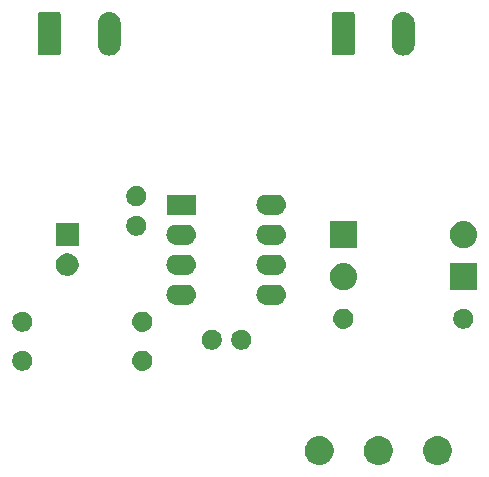
<source format=gbs>
G04 #@! TF.GenerationSoftware,KiCad,Pcbnew,5.0.2-bee76a0~70~ubuntu18.04.1*
G04 #@! TF.CreationDate,2019-02-10T19:25:21-02:00*
G04 #@! TF.ProjectId,555-gerador-PWM-r01,3535352d-6765-4726-9164-6f722d50574d,rev?*
G04 #@! TF.SameCoordinates,Original*
G04 #@! TF.FileFunction,Soldermask,Bot*
G04 #@! TF.FilePolarity,Negative*
%FSLAX46Y46*%
G04 Gerber Fmt 4.6, Leading zero omitted, Abs format (unit mm)*
G04 Created by KiCad (PCBNEW 5.0.2-bee76a0~70~ubuntu18.04.1) date dom 10 fev 2019 19:25:21 -02*
%MOMM*%
%LPD*%
G01*
G04 APERTURE LIST*
%ADD10C,0.100000*%
G04 APERTURE END LIST*
D10*
G36*
X149082205Y-124532461D02*
X149200153Y-124555922D01*
X149292194Y-124594047D01*
X149422359Y-124647963D01*
X149622345Y-124781589D01*
X149792411Y-124951655D01*
X149926037Y-125151641D01*
X150018078Y-125373848D01*
X150065000Y-125609741D01*
X150065000Y-125850259D01*
X150018078Y-126086152D01*
X149926037Y-126308359D01*
X149792411Y-126508345D01*
X149622345Y-126678411D01*
X149422359Y-126812037D01*
X149292194Y-126865953D01*
X149200153Y-126904078D01*
X148964259Y-126951000D01*
X148723741Y-126951000D01*
X148487847Y-126904078D01*
X148395806Y-126865953D01*
X148265641Y-126812037D01*
X148065655Y-126678411D01*
X147895589Y-126508345D01*
X147761963Y-126308359D01*
X147669922Y-126086152D01*
X147623000Y-125850259D01*
X147623000Y-125609741D01*
X147669922Y-125373848D01*
X147761963Y-125151641D01*
X147895589Y-124951655D01*
X148065655Y-124781589D01*
X148265641Y-124647963D01*
X148395806Y-124594047D01*
X148487847Y-124555922D01*
X148605795Y-124532461D01*
X148723741Y-124509000D01*
X148964259Y-124509000D01*
X149082205Y-124532461D01*
X149082205Y-124532461D01*
G37*
G36*
X159082205Y-124532461D02*
X159200153Y-124555922D01*
X159292194Y-124594047D01*
X159422359Y-124647963D01*
X159622345Y-124781589D01*
X159792411Y-124951655D01*
X159926037Y-125151641D01*
X160018078Y-125373848D01*
X160065000Y-125609741D01*
X160065000Y-125850259D01*
X160018078Y-126086152D01*
X159926037Y-126308359D01*
X159792411Y-126508345D01*
X159622345Y-126678411D01*
X159422359Y-126812037D01*
X159292194Y-126865953D01*
X159200153Y-126904078D01*
X158964259Y-126951000D01*
X158723741Y-126951000D01*
X158487847Y-126904078D01*
X158395806Y-126865953D01*
X158265641Y-126812037D01*
X158065655Y-126678411D01*
X157895589Y-126508345D01*
X157761963Y-126308359D01*
X157669922Y-126086152D01*
X157623000Y-125850259D01*
X157623000Y-125609741D01*
X157669922Y-125373848D01*
X157761963Y-125151641D01*
X157895589Y-124951655D01*
X158065655Y-124781589D01*
X158265641Y-124647963D01*
X158395806Y-124594047D01*
X158487847Y-124555922D01*
X158605795Y-124532461D01*
X158723741Y-124509000D01*
X158964259Y-124509000D01*
X159082205Y-124532461D01*
X159082205Y-124532461D01*
G37*
G36*
X154082205Y-124532461D02*
X154200153Y-124555922D01*
X154292194Y-124594047D01*
X154422359Y-124647963D01*
X154622345Y-124781589D01*
X154792411Y-124951655D01*
X154926037Y-125151641D01*
X155018078Y-125373848D01*
X155065000Y-125609741D01*
X155065000Y-125850259D01*
X155018078Y-126086152D01*
X154926037Y-126308359D01*
X154792411Y-126508345D01*
X154622345Y-126678411D01*
X154422359Y-126812037D01*
X154292194Y-126865953D01*
X154200153Y-126904078D01*
X153964259Y-126951000D01*
X153723741Y-126951000D01*
X153487847Y-126904078D01*
X153395806Y-126865953D01*
X153265641Y-126812037D01*
X153065655Y-126678411D01*
X152895589Y-126508345D01*
X152761963Y-126308359D01*
X152669922Y-126086152D01*
X152623000Y-125850259D01*
X152623000Y-125609741D01*
X152669922Y-125373848D01*
X152761963Y-125151641D01*
X152895589Y-124951655D01*
X153065655Y-124781589D01*
X153265641Y-124647963D01*
X153395806Y-124594047D01*
X153487847Y-124555922D01*
X153605795Y-124532461D01*
X153723741Y-124509000D01*
X153964259Y-124509000D01*
X154082205Y-124532461D01*
X154082205Y-124532461D01*
G37*
G36*
X123946228Y-117291703D02*
X124101100Y-117355853D01*
X124240481Y-117448985D01*
X124359015Y-117567519D01*
X124452147Y-117706900D01*
X124516297Y-117861772D01*
X124549000Y-118026184D01*
X124549000Y-118193816D01*
X124516297Y-118358228D01*
X124452147Y-118513100D01*
X124359015Y-118652481D01*
X124240481Y-118771015D01*
X124101100Y-118864147D01*
X123946228Y-118928297D01*
X123781816Y-118961000D01*
X123614184Y-118961000D01*
X123449772Y-118928297D01*
X123294900Y-118864147D01*
X123155519Y-118771015D01*
X123036985Y-118652481D01*
X122943853Y-118513100D01*
X122879703Y-118358228D01*
X122847000Y-118193816D01*
X122847000Y-118026184D01*
X122879703Y-117861772D01*
X122943853Y-117706900D01*
X123036985Y-117567519D01*
X123155519Y-117448985D01*
X123294900Y-117355853D01*
X123449772Y-117291703D01*
X123614184Y-117259000D01*
X123781816Y-117259000D01*
X123946228Y-117291703D01*
X123946228Y-117291703D01*
G37*
G36*
X134024821Y-117271313D02*
X134024824Y-117271314D01*
X134024825Y-117271314D01*
X134185239Y-117319975D01*
X134185241Y-117319976D01*
X134185244Y-117319977D01*
X134333078Y-117398995D01*
X134462659Y-117505341D01*
X134569005Y-117634922D01*
X134648023Y-117782756D01*
X134648024Y-117782759D01*
X134648025Y-117782761D01*
X134696686Y-117943175D01*
X134696687Y-117943179D01*
X134713117Y-118110000D01*
X134696687Y-118276821D01*
X134696686Y-118276824D01*
X134696686Y-118276825D01*
X134671993Y-118358228D01*
X134648023Y-118437244D01*
X134569005Y-118585078D01*
X134462659Y-118714659D01*
X134333078Y-118821005D01*
X134185244Y-118900023D01*
X134185241Y-118900024D01*
X134185239Y-118900025D01*
X134024825Y-118948686D01*
X134024824Y-118948686D01*
X134024821Y-118948687D01*
X133899804Y-118961000D01*
X133816196Y-118961000D01*
X133691179Y-118948687D01*
X133691176Y-118948686D01*
X133691175Y-118948686D01*
X133530761Y-118900025D01*
X133530759Y-118900024D01*
X133530756Y-118900023D01*
X133382922Y-118821005D01*
X133253341Y-118714659D01*
X133146995Y-118585078D01*
X133067977Y-118437244D01*
X133044008Y-118358228D01*
X133019314Y-118276825D01*
X133019314Y-118276824D01*
X133019313Y-118276821D01*
X133002883Y-118110000D01*
X133019313Y-117943179D01*
X133019314Y-117943175D01*
X133067975Y-117782761D01*
X133067976Y-117782759D01*
X133067977Y-117782756D01*
X133146995Y-117634922D01*
X133253341Y-117505341D01*
X133382922Y-117398995D01*
X133530756Y-117319977D01*
X133530759Y-117319976D01*
X133530761Y-117319975D01*
X133691175Y-117271314D01*
X133691176Y-117271314D01*
X133691179Y-117271313D01*
X133816196Y-117259000D01*
X133899804Y-117259000D01*
X134024821Y-117271313D01*
X134024821Y-117271313D01*
G37*
G36*
X142488228Y-115513703D02*
X142643100Y-115577853D01*
X142782481Y-115670985D01*
X142901015Y-115789519D01*
X142994147Y-115928900D01*
X143058297Y-116083772D01*
X143091000Y-116248184D01*
X143091000Y-116415816D01*
X143058297Y-116580228D01*
X142994147Y-116735100D01*
X142901015Y-116874481D01*
X142782481Y-116993015D01*
X142643100Y-117086147D01*
X142488228Y-117150297D01*
X142323816Y-117183000D01*
X142156184Y-117183000D01*
X141991772Y-117150297D01*
X141836900Y-117086147D01*
X141697519Y-116993015D01*
X141578985Y-116874481D01*
X141485853Y-116735100D01*
X141421703Y-116580228D01*
X141389000Y-116415816D01*
X141389000Y-116248184D01*
X141421703Y-116083772D01*
X141485853Y-115928900D01*
X141578985Y-115789519D01*
X141697519Y-115670985D01*
X141836900Y-115577853D01*
X141991772Y-115513703D01*
X142156184Y-115481000D01*
X142323816Y-115481000D01*
X142488228Y-115513703D01*
X142488228Y-115513703D01*
G37*
G36*
X139988228Y-115513703D02*
X140143100Y-115577853D01*
X140282481Y-115670985D01*
X140401015Y-115789519D01*
X140494147Y-115928900D01*
X140558297Y-116083772D01*
X140591000Y-116248184D01*
X140591000Y-116415816D01*
X140558297Y-116580228D01*
X140494147Y-116735100D01*
X140401015Y-116874481D01*
X140282481Y-116993015D01*
X140143100Y-117086147D01*
X139988228Y-117150297D01*
X139823816Y-117183000D01*
X139656184Y-117183000D01*
X139491772Y-117150297D01*
X139336900Y-117086147D01*
X139197519Y-116993015D01*
X139078985Y-116874481D01*
X138985853Y-116735100D01*
X138921703Y-116580228D01*
X138889000Y-116415816D01*
X138889000Y-116248184D01*
X138921703Y-116083772D01*
X138985853Y-115928900D01*
X139078985Y-115789519D01*
X139197519Y-115670985D01*
X139336900Y-115577853D01*
X139491772Y-115513703D01*
X139656184Y-115481000D01*
X139823816Y-115481000D01*
X139988228Y-115513703D01*
X139988228Y-115513703D01*
G37*
G36*
X134024821Y-113969313D02*
X134024824Y-113969314D01*
X134024825Y-113969314D01*
X134185239Y-114017975D01*
X134185241Y-114017976D01*
X134185244Y-114017977D01*
X134333078Y-114096995D01*
X134462659Y-114203341D01*
X134569005Y-114332922D01*
X134648023Y-114480756D01*
X134648024Y-114480759D01*
X134648025Y-114480761D01*
X134695667Y-114637816D01*
X134696687Y-114641179D01*
X134713117Y-114808000D01*
X134696687Y-114974821D01*
X134696686Y-114974824D01*
X134696686Y-114974825D01*
X134671993Y-115056228D01*
X134648023Y-115135244D01*
X134569005Y-115283078D01*
X134462659Y-115412659D01*
X134333078Y-115519005D01*
X134185244Y-115598023D01*
X134185241Y-115598024D01*
X134185239Y-115598025D01*
X134024825Y-115646686D01*
X134024824Y-115646686D01*
X134024821Y-115646687D01*
X133899804Y-115659000D01*
X133816196Y-115659000D01*
X133691179Y-115646687D01*
X133691176Y-115646686D01*
X133691175Y-115646686D01*
X133530761Y-115598025D01*
X133530759Y-115598024D01*
X133530756Y-115598023D01*
X133382922Y-115519005D01*
X133253341Y-115412659D01*
X133146995Y-115283078D01*
X133067977Y-115135244D01*
X133044008Y-115056228D01*
X133019314Y-114974825D01*
X133019314Y-114974824D01*
X133019313Y-114974821D01*
X133002883Y-114808000D01*
X133019313Y-114641179D01*
X133020333Y-114637816D01*
X133067975Y-114480761D01*
X133067976Y-114480759D01*
X133067977Y-114480756D01*
X133146995Y-114332922D01*
X133253341Y-114203341D01*
X133382922Y-114096995D01*
X133530756Y-114017977D01*
X133530759Y-114017976D01*
X133530761Y-114017975D01*
X133691175Y-113969314D01*
X133691176Y-113969314D01*
X133691179Y-113969313D01*
X133816196Y-113957000D01*
X133899804Y-113957000D01*
X134024821Y-113969313D01*
X134024821Y-113969313D01*
G37*
G36*
X123946228Y-113989703D02*
X124101100Y-114053853D01*
X124240481Y-114146985D01*
X124359015Y-114265519D01*
X124452147Y-114404900D01*
X124516297Y-114559772D01*
X124549000Y-114724184D01*
X124549000Y-114891816D01*
X124516297Y-115056228D01*
X124452147Y-115211100D01*
X124359015Y-115350481D01*
X124240481Y-115469015D01*
X124101100Y-115562147D01*
X123946228Y-115626297D01*
X123781816Y-115659000D01*
X123614184Y-115659000D01*
X123449772Y-115626297D01*
X123294900Y-115562147D01*
X123155519Y-115469015D01*
X123036985Y-115350481D01*
X122943853Y-115211100D01*
X122879703Y-115056228D01*
X122847000Y-114891816D01*
X122847000Y-114724184D01*
X122879703Y-114559772D01*
X122943853Y-114404900D01*
X123036985Y-114265519D01*
X123155519Y-114146985D01*
X123294900Y-114053853D01*
X123449772Y-113989703D01*
X123614184Y-113957000D01*
X123781816Y-113957000D01*
X123946228Y-113989703D01*
X123946228Y-113989703D01*
G37*
G36*
X161284228Y-113735703D02*
X161439100Y-113799853D01*
X161578481Y-113892985D01*
X161697015Y-114011519D01*
X161790147Y-114150900D01*
X161854297Y-114305772D01*
X161887000Y-114470184D01*
X161887000Y-114637816D01*
X161854297Y-114802228D01*
X161790147Y-114957100D01*
X161697015Y-115096481D01*
X161578481Y-115215015D01*
X161439100Y-115308147D01*
X161284228Y-115372297D01*
X161119816Y-115405000D01*
X160952184Y-115405000D01*
X160787772Y-115372297D01*
X160632900Y-115308147D01*
X160493519Y-115215015D01*
X160374985Y-115096481D01*
X160281853Y-114957100D01*
X160217703Y-114802228D01*
X160185000Y-114637816D01*
X160185000Y-114470184D01*
X160217703Y-114305772D01*
X160281853Y-114150900D01*
X160374985Y-114011519D01*
X160493519Y-113892985D01*
X160632900Y-113799853D01*
X160787772Y-113735703D01*
X160952184Y-113703000D01*
X161119816Y-113703000D01*
X161284228Y-113735703D01*
X161284228Y-113735703D01*
G37*
G36*
X151042821Y-113715313D02*
X151042824Y-113715314D01*
X151042825Y-113715314D01*
X151203239Y-113763975D01*
X151203241Y-113763976D01*
X151203244Y-113763977D01*
X151351078Y-113842995D01*
X151480659Y-113949341D01*
X151587005Y-114078922D01*
X151666023Y-114226756D01*
X151666024Y-114226759D01*
X151666025Y-114226761D01*
X151714686Y-114387175D01*
X151714687Y-114387179D01*
X151731117Y-114554000D01*
X151714687Y-114720821D01*
X151714686Y-114720824D01*
X151714686Y-114720825D01*
X151688242Y-114808000D01*
X151666023Y-114881244D01*
X151587005Y-115029078D01*
X151480659Y-115158659D01*
X151351078Y-115265005D01*
X151203244Y-115344023D01*
X151203241Y-115344024D01*
X151203239Y-115344025D01*
X151042825Y-115392686D01*
X151042824Y-115392686D01*
X151042821Y-115392687D01*
X150917804Y-115405000D01*
X150834196Y-115405000D01*
X150709179Y-115392687D01*
X150709176Y-115392686D01*
X150709175Y-115392686D01*
X150548761Y-115344025D01*
X150548759Y-115344024D01*
X150548756Y-115344023D01*
X150400922Y-115265005D01*
X150271341Y-115158659D01*
X150164995Y-115029078D01*
X150085977Y-114881244D01*
X150063759Y-114808000D01*
X150037314Y-114720825D01*
X150037314Y-114720824D01*
X150037313Y-114720821D01*
X150020883Y-114554000D01*
X150037313Y-114387179D01*
X150037314Y-114387175D01*
X150085975Y-114226761D01*
X150085976Y-114226759D01*
X150085977Y-114226756D01*
X150164995Y-114078922D01*
X150271341Y-113949341D01*
X150400922Y-113842995D01*
X150548756Y-113763977D01*
X150548759Y-113763976D01*
X150548761Y-113763975D01*
X150709175Y-113715314D01*
X150709176Y-113715314D01*
X150709179Y-113715313D01*
X150834196Y-113703000D01*
X150917804Y-113703000D01*
X151042821Y-113715313D01*
X151042821Y-113715313D01*
G37*
G36*
X145346821Y-111683313D02*
X145346824Y-111683314D01*
X145346825Y-111683314D01*
X145507239Y-111731975D01*
X145507241Y-111731976D01*
X145507244Y-111731977D01*
X145655078Y-111810995D01*
X145784659Y-111917341D01*
X145891005Y-112046922D01*
X145970023Y-112194756D01*
X146018687Y-112355179D01*
X146035117Y-112522000D01*
X146018687Y-112688821D01*
X145970023Y-112849244D01*
X145891005Y-112997078D01*
X145784659Y-113126659D01*
X145655078Y-113233005D01*
X145507244Y-113312023D01*
X145507241Y-113312024D01*
X145507239Y-113312025D01*
X145346825Y-113360686D01*
X145346824Y-113360686D01*
X145346821Y-113360687D01*
X145221804Y-113373000D01*
X144338196Y-113373000D01*
X144213179Y-113360687D01*
X144213176Y-113360686D01*
X144213175Y-113360686D01*
X144052761Y-113312025D01*
X144052759Y-113312024D01*
X144052756Y-113312023D01*
X143904922Y-113233005D01*
X143775341Y-113126659D01*
X143668995Y-112997078D01*
X143589977Y-112849244D01*
X143541313Y-112688821D01*
X143524883Y-112522000D01*
X143541313Y-112355179D01*
X143589977Y-112194756D01*
X143668995Y-112046922D01*
X143775341Y-111917341D01*
X143904922Y-111810995D01*
X144052756Y-111731977D01*
X144052759Y-111731976D01*
X144052761Y-111731975D01*
X144213175Y-111683314D01*
X144213176Y-111683314D01*
X144213179Y-111683313D01*
X144338196Y-111671000D01*
X145221804Y-111671000D01*
X145346821Y-111683313D01*
X145346821Y-111683313D01*
G37*
G36*
X137726821Y-111683313D02*
X137726824Y-111683314D01*
X137726825Y-111683314D01*
X137887239Y-111731975D01*
X137887241Y-111731976D01*
X137887244Y-111731977D01*
X138035078Y-111810995D01*
X138164659Y-111917341D01*
X138271005Y-112046922D01*
X138350023Y-112194756D01*
X138398687Y-112355179D01*
X138415117Y-112522000D01*
X138398687Y-112688821D01*
X138350023Y-112849244D01*
X138271005Y-112997078D01*
X138164659Y-113126659D01*
X138035078Y-113233005D01*
X137887244Y-113312023D01*
X137887241Y-113312024D01*
X137887239Y-113312025D01*
X137726825Y-113360686D01*
X137726824Y-113360686D01*
X137726821Y-113360687D01*
X137601804Y-113373000D01*
X136718196Y-113373000D01*
X136593179Y-113360687D01*
X136593176Y-113360686D01*
X136593175Y-113360686D01*
X136432761Y-113312025D01*
X136432759Y-113312024D01*
X136432756Y-113312023D01*
X136284922Y-113233005D01*
X136155341Y-113126659D01*
X136048995Y-112997078D01*
X135969977Y-112849244D01*
X135921313Y-112688821D01*
X135904883Y-112522000D01*
X135921313Y-112355179D01*
X135969977Y-112194756D01*
X136048995Y-112046922D01*
X136155341Y-111917341D01*
X136284922Y-111810995D01*
X136432756Y-111731977D01*
X136432759Y-111731976D01*
X136432761Y-111731975D01*
X136593175Y-111683314D01*
X136593176Y-111683314D01*
X136593179Y-111683313D01*
X136718196Y-111671000D01*
X137601804Y-111671000D01*
X137726821Y-111683313D01*
X137726821Y-111683313D01*
G37*
G36*
X162187000Y-112149000D02*
X159885000Y-112149000D01*
X159885000Y-109847000D01*
X162187000Y-109847000D01*
X162187000Y-112149000D01*
X162187000Y-112149000D01*
G37*
G36*
X151000180Y-109853662D02*
X151101635Y-109863654D01*
X151318600Y-109929470D01*
X151318602Y-109929471D01*
X151318605Y-109929472D01*
X151518556Y-110036347D01*
X151693818Y-110180182D01*
X151837653Y-110355444D01*
X151944528Y-110555395D01*
X151944529Y-110555398D01*
X151944530Y-110555400D01*
X152010346Y-110772365D01*
X152032569Y-110998000D01*
X152010346Y-111223635D01*
X151944530Y-111440600D01*
X151944528Y-111440605D01*
X151837653Y-111640556D01*
X151693818Y-111815818D01*
X151518556Y-111959653D01*
X151318605Y-112066528D01*
X151318602Y-112066529D01*
X151318600Y-112066530D01*
X151101635Y-112132346D01*
X151000180Y-112142338D01*
X150932545Y-112149000D01*
X150819455Y-112149000D01*
X150751820Y-112142338D01*
X150650365Y-112132346D01*
X150433400Y-112066530D01*
X150433398Y-112066529D01*
X150433395Y-112066528D01*
X150233444Y-111959653D01*
X150058182Y-111815818D01*
X149914347Y-111640556D01*
X149807472Y-111440605D01*
X149807470Y-111440600D01*
X149741654Y-111223635D01*
X149719431Y-110998000D01*
X149741654Y-110772365D01*
X149807470Y-110555400D01*
X149807471Y-110555398D01*
X149807472Y-110555395D01*
X149914347Y-110355444D01*
X150058182Y-110180182D01*
X150233444Y-110036347D01*
X150433395Y-109929472D01*
X150433398Y-109929471D01*
X150433400Y-109929470D01*
X150650365Y-109863654D01*
X150751820Y-109853662D01*
X150819455Y-109847000D01*
X150932545Y-109847000D01*
X151000180Y-109853662D01*
X151000180Y-109853662D01*
G37*
G36*
X127785396Y-109067546D02*
X127958466Y-109139234D01*
X128114230Y-109243312D01*
X128246688Y-109375770D01*
X128350766Y-109531534D01*
X128422454Y-109704604D01*
X128459000Y-109888333D01*
X128459000Y-110075667D01*
X128422454Y-110259396D01*
X128350766Y-110432466D01*
X128246688Y-110588230D01*
X128114230Y-110720688D01*
X127958466Y-110824766D01*
X127785396Y-110896454D01*
X127601667Y-110933000D01*
X127414333Y-110933000D01*
X127230604Y-110896454D01*
X127057534Y-110824766D01*
X126901770Y-110720688D01*
X126769312Y-110588230D01*
X126665234Y-110432466D01*
X126593546Y-110259396D01*
X126557000Y-110075667D01*
X126557000Y-109888333D01*
X126593546Y-109704604D01*
X126665234Y-109531534D01*
X126769312Y-109375770D01*
X126901770Y-109243312D01*
X127057534Y-109139234D01*
X127230604Y-109067546D01*
X127414333Y-109031000D01*
X127601667Y-109031000D01*
X127785396Y-109067546D01*
X127785396Y-109067546D01*
G37*
G36*
X137726821Y-109143313D02*
X137726824Y-109143314D01*
X137726825Y-109143314D01*
X137887239Y-109191975D01*
X137887241Y-109191976D01*
X137887244Y-109191977D01*
X138035078Y-109270995D01*
X138164659Y-109377341D01*
X138271005Y-109506922D01*
X138350023Y-109654756D01*
X138350024Y-109654759D01*
X138350025Y-109654761D01*
X138398686Y-109815175D01*
X138398687Y-109815179D01*
X138415117Y-109982000D01*
X138398687Y-110148821D01*
X138398686Y-110148824D01*
X138398686Y-110148825D01*
X138365145Y-110259396D01*
X138350023Y-110309244D01*
X138271005Y-110457078D01*
X138164659Y-110586659D01*
X138035078Y-110693005D01*
X137887244Y-110772023D01*
X137887241Y-110772024D01*
X137887239Y-110772025D01*
X137726825Y-110820686D01*
X137726824Y-110820686D01*
X137726821Y-110820687D01*
X137601804Y-110833000D01*
X136718196Y-110833000D01*
X136593179Y-110820687D01*
X136593176Y-110820686D01*
X136593175Y-110820686D01*
X136432761Y-110772025D01*
X136432759Y-110772024D01*
X136432756Y-110772023D01*
X136284922Y-110693005D01*
X136155341Y-110586659D01*
X136048995Y-110457078D01*
X135969977Y-110309244D01*
X135954856Y-110259396D01*
X135921314Y-110148825D01*
X135921314Y-110148824D01*
X135921313Y-110148821D01*
X135904883Y-109982000D01*
X135921313Y-109815179D01*
X135921314Y-109815175D01*
X135969975Y-109654761D01*
X135969976Y-109654759D01*
X135969977Y-109654756D01*
X136048995Y-109506922D01*
X136155341Y-109377341D01*
X136284922Y-109270995D01*
X136432756Y-109191977D01*
X136432759Y-109191976D01*
X136432761Y-109191975D01*
X136593175Y-109143314D01*
X136593176Y-109143314D01*
X136593179Y-109143313D01*
X136718196Y-109131000D01*
X137601804Y-109131000D01*
X137726821Y-109143313D01*
X137726821Y-109143313D01*
G37*
G36*
X145346821Y-109143313D02*
X145346824Y-109143314D01*
X145346825Y-109143314D01*
X145507239Y-109191975D01*
X145507241Y-109191976D01*
X145507244Y-109191977D01*
X145655078Y-109270995D01*
X145784659Y-109377341D01*
X145891005Y-109506922D01*
X145970023Y-109654756D01*
X145970024Y-109654759D01*
X145970025Y-109654761D01*
X146018686Y-109815175D01*
X146018687Y-109815179D01*
X146035117Y-109982000D01*
X146018687Y-110148821D01*
X146018686Y-110148824D01*
X146018686Y-110148825D01*
X145985145Y-110259396D01*
X145970023Y-110309244D01*
X145891005Y-110457078D01*
X145784659Y-110586659D01*
X145655078Y-110693005D01*
X145507244Y-110772023D01*
X145507241Y-110772024D01*
X145507239Y-110772025D01*
X145346825Y-110820686D01*
X145346824Y-110820686D01*
X145346821Y-110820687D01*
X145221804Y-110833000D01*
X144338196Y-110833000D01*
X144213179Y-110820687D01*
X144213176Y-110820686D01*
X144213175Y-110820686D01*
X144052761Y-110772025D01*
X144052759Y-110772024D01*
X144052756Y-110772023D01*
X143904922Y-110693005D01*
X143775341Y-110586659D01*
X143668995Y-110457078D01*
X143589977Y-110309244D01*
X143574856Y-110259396D01*
X143541314Y-110148825D01*
X143541314Y-110148824D01*
X143541313Y-110148821D01*
X143524883Y-109982000D01*
X143541313Y-109815179D01*
X143541314Y-109815175D01*
X143589975Y-109654761D01*
X143589976Y-109654759D01*
X143589977Y-109654756D01*
X143668995Y-109506922D01*
X143775341Y-109377341D01*
X143904922Y-109270995D01*
X144052756Y-109191977D01*
X144052759Y-109191976D01*
X144052761Y-109191975D01*
X144213175Y-109143314D01*
X144213176Y-109143314D01*
X144213179Y-109143313D01*
X144338196Y-109131000D01*
X145221804Y-109131000D01*
X145346821Y-109143313D01*
X145346821Y-109143313D01*
G37*
G36*
X152027000Y-108593000D02*
X149725000Y-108593000D01*
X149725000Y-106291000D01*
X152027000Y-106291000D01*
X152027000Y-108593000D01*
X152027000Y-108593000D01*
G37*
G36*
X161160180Y-106297662D02*
X161261635Y-106307654D01*
X161478600Y-106373470D01*
X161478602Y-106373471D01*
X161478605Y-106373472D01*
X161678556Y-106480347D01*
X161853818Y-106624182D01*
X161997653Y-106799444D01*
X162104528Y-106999395D01*
X162104529Y-106999398D01*
X162104530Y-106999400D01*
X162170346Y-107216365D01*
X162192569Y-107442000D01*
X162170346Y-107667635D01*
X162104530Y-107884600D01*
X162104528Y-107884605D01*
X161997653Y-108084556D01*
X161853818Y-108259818D01*
X161678556Y-108403653D01*
X161478605Y-108510528D01*
X161478602Y-108510529D01*
X161478600Y-108510530D01*
X161261635Y-108576346D01*
X161160180Y-108586338D01*
X161092545Y-108593000D01*
X160979455Y-108593000D01*
X160911820Y-108586338D01*
X160810365Y-108576346D01*
X160593400Y-108510530D01*
X160593398Y-108510529D01*
X160593395Y-108510528D01*
X160393444Y-108403653D01*
X160218182Y-108259818D01*
X160074347Y-108084556D01*
X159967472Y-107884605D01*
X159967470Y-107884600D01*
X159901654Y-107667635D01*
X159879431Y-107442000D01*
X159901654Y-107216365D01*
X159967470Y-106999400D01*
X159967471Y-106999398D01*
X159967472Y-106999395D01*
X160074347Y-106799444D01*
X160218182Y-106624182D01*
X160393444Y-106480347D01*
X160593395Y-106373472D01*
X160593398Y-106373471D01*
X160593400Y-106373470D01*
X160810365Y-106307654D01*
X160911820Y-106297662D01*
X160979455Y-106291000D01*
X161092545Y-106291000D01*
X161160180Y-106297662D01*
X161160180Y-106297662D01*
G37*
G36*
X128459000Y-108393000D02*
X126557000Y-108393000D01*
X126557000Y-106491000D01*
X128459000Y-106491000D01*
X128459000Y-108393000D01*
X128459000Y-108393000D01*
G37*
G36*
X137726821Y-106603313D02*
X137726824Y-106603314D01*
X137726825Y-106603314D01*
X137887239Y-106651975D01*
X137887241Y-106651976D01*
X137887244Y-106651977D01*
X138035078Y-106730995D01*
X138164659Y-106837341D01*
X138271005Y-106966922D01*
X138350023Y-107114756D01*
X138398687Y-107275179D01*
X138415117Y-107442000D01*
X138398687Y-107608821D01*
X138350023Y-107769244D01*
X138271005Y-107917078D01*
X138164659Y-108046659D01*
X138035078Y-108153005D01*
X137887244Y-108232023D01*
X137887241Y-108232024D01*
X137887239Y-108232025D01*
X137726825Y-108280686D01*
X137726824Y-108280686D01*
X137726821Y-108280687D01*
X137601804Y-108293000D01*
X136718196Y-108293000D01*
X136593179Y-108280687D01*
X136593176Y-108280686D01*
X136593175Y-108280686D01*
X136432761Y-108232025D01*
X136432759Y-108232024D01*
X136432756Y-108232023D01*
X136284922Y-108153005D01*
X136155341Y-108046659D01*
X136048995Y-107917078D01*
X135969977Y-107769244D01*
X135921313Y-107608821D01*
X135904883Y-107442000D01*
X135921313Y-107275179D01*
X135969977Y-107114756D01*
X136048995Y-106966922D01*
X136155341Y-106837341D01*
X136284922Y-106730995D01*
X136432756Y-106651977D01*
X136432759Y-106651976D01*
X136432761Y-106651975D01*
X136593175Y-106603314D01*
X136593176Y-106603314D01*
X136593179Y-106603313D01*
X136718196Y-106591000D01*
X137601804Y-106591000D01*
X137726821Y-106603313D01*
X137726821Y-106603313D01*
G37*
G36*
X145346821Y-106603313D02*
X145346824Y-106603314D01*
X145346825Y-106603314D01*
X145507239Y-106651975D01*
X145507241Y-106651976D01*
X145507244Y-106651977D01*
X145655078Y-106730995D01*
X145784659Y-106837341D01*
X145891005Y-106966922D01*
X145970023Y-107114756D01*
X146018687Y-107275179D01*
X146035117Y-107442000D01*
X146018687Y-107608821D01*
X145970023Y-107769244D01*
X145891005Y-107917078D01*
X145784659Y-108046659D01*
X145655078Y-108153005D01*
X145507244Y-108232023D01*
X145507241Y-108232024D01*
X145507239Y-108232025D01*
X145346825Y-108280686D01*
X145346824Y-108280686D01*
X145346821Y-108280687D01*
X145221804Y-108293000D01*
X144338196Y-108293000D01*
X144213179Y-108280687D01*
X144213176Y-108280686D01*
X144213175Y-108280686D01*
X144052761Y-108232025D01*
X144052759Y-108232024D01*
X144052756Y-108232023D01*
X143904922Y-108153005D01*
X143775341Y-108046659D01*
X143668995Y-107917078D01*
X143589977Y-107769244D01*
X143541313Y-107608821D01*
X143524883Y-107442000D01*
X143541313Y-107275179D01*
X143589977Y-107114756D01*
X143668995Y-106966922D01*
X143775341Y-106837341D01*
X143904922Y-106730995D01*
X144052756Y-106651977D01*
X144052759Y-106651976D01*
X144052761Y-106651975D01*
X144213175Y-106603314D01*
X144213176Y-106603314D01*
X144213179Y-106603313D01*
X144338196Y-106591000D01*
X145221804Y-106591000D01*
X145346821Y-106603313D01*
X145346821Y-106603313D01*
G37*
G36*
X133598228Y-105861703D02*
X133753100Y-105925853D01*
X133892481Y-106018985D01*
X134011015Y-106137519D01*
X134104147Y-106276900D01*
X134168297Y-106431772D01*
X134201000Y-106596184D01*
X134201000Y-106763816D01*
X134168297Y-106928228D01*
X134104147Y-107083100D01*
X134011015Y-107222481D01*
X133892481Y-107341015D01*
X133753100Y-107434147D01*
X133598228Y-107498297D01*
X133433816Y-107531000D01*
X133266184Y-107531000D01*
X133101772Y-107498297D01*
X132946900Y-107434147D01*
X132807519Y-107341015D01*
X132688985Y-107222481D01*
X132595853Y-107083100D01*
X132531703Y-106928228D01*
X132499000Y-106763816D01*
X132499000Y-106596184D01*
X132531703Y-106431772D01*
X132595853Y-106276900D01*
X132688985Y-106137519D01*
X132807519Y-106018985D01*
X132946900Y-105925853D01*
X133101772Y-105861703D01*
X133266184Y-105829000D01*
X133433816Y-105829000D01*
X133598228Y-105861703D01*
X133598228Y-105861703D01*
G37*
G36*
X138411000Y-105753000D02*
X135909000Y-105753000D01*
X135909000Y-104051000D01*
X138411000Y-104051000D01*
X138411000Y-105753000D01*
X138411000Y-105753000D01*
G37*
G36*
X145346821Y-104063313D02*
X145346824Y-104063314D01*
X145346825Y-104063314D01*
X145507239Y-104111975D01*
X145507241Y-104111976D01*
X145507244Y-104111977D01*
X145655078Y-104190995D01*
X145784659Y-104297341D01*
X145891005Y-104426922D01*
X145970023Y-104574756D01*
X145970024Y-104574759D01*
X145970025Y-104574761D01*
X146014835Y-104722481D01*
X146018687Y-104735179D01*
X146035117Y-104902000D01*
X146018687Y-105068821D01*
X145970023Y-105229244D01*
X145891005Y-105377078D01*
X145784659Y-105506659D01*
X145655078Y-105613005D01*
X145507244Y-105692023D01*
X145507241Y-105692024D01*
X145507239Y-105692025D01*
X145346825Y-105740686D01*
X145346824Y-105740686D01*
X145346821Y-105740687D01*
X145221804Y-105753000D01*
X144338196Y-105753000D01*
X144213179Y-105740687D01*
X144213176Y-105740686D01*
X144213175Y-105740686D01*
X144052761Y-105692025D01*
X144052759Y-105692024D01*
X144052756Y-105692023D01*
X143904922Y-105613005D01*
X143775341Y-105506659D01*
X143668995Y-105377078D01*
X143589977Y-105229244D01*
X143541313Y-105068821D01*
X143524883Y-104902000D01*
X143541313Y-104735179D01*
X143545165Y-104722481D01*
X143589975Y-104574761D01*
X143589976Y-104574759D01*
X143589977Y-104574756D01*
X143668995Y-104426922D01*
X143775341Y-104297341D01*
X143904922Y-104190995D01*
X144052756Y-104111977D01*
X144052759Y-104111976D01*
X144052761Y-104111975D01*
X144213175Y-104063314D01*
X144213176Y-104063314D01*
X144213179Y-104063313D01*
X144338196Y-104051000D01*
X145221804Y-104051000D01*
X145346821Y-104063313D01*
X145346821Y-104063313D01*
G37*
G36*
X133598228Y-103361703D02*
X133753100Y-103425853D01*
X133892481Y-103518985D01*
X134011015Y-103637519D01*
X134104147Y-103776900D01*
X134168297Y-103931772D01*
X134201000Y-104096184D01*
X134201000Y-104263816D01*
X134168297Y-104428228D01*
X134104147Y-104583100D01*
X134011015Y-104722481D01*
X133892481Y-104841015D01*
X133753100Y-104934147D01*
X133598228Y-104998297D01*
X133433816Y-105031000D01*
X133266184Y-105031000D01*
X133101772Y-104998297D01*
X132946900Y-104934147D01*
X132807519Y-104841015D01*
X132688985Y-104722481D01*
X132595853Y-104583100D01*
X132531703Y-104428228D01*
X132499000Y-104263816D01*
X132499000Y-104096184D01*
X132531703Y-103931772D01*
X132595853Y-103776900D01*
X132688985Y-103637519D01*
X132807519Y-103518985D01*
X132946900Y-103425853D01*
X133101772Y-103361703D01*
X133266184Y-103329000D01*
X133433816Y-103329000D01*
X133598228Y-103361703D01*
X133598228Y-103361703D01*
G37*
G36*
X156142424Y-88586760D02*
X156142427Y-88586761D01*
X156142428Y-88586761D01*
X156321692Y-88641140D01*
X156321694Y-88641141D01*
X156321697Y-88641142D01*
X156486904Y-88729446D01*
X156631712Y-88848288D01*
X156750552Y-88993095D01*
X156838859Y-89158305D01*
X156893240Y-89337575D01*
X156907000Y-89477282D01*
X156907000Y-91370718D01*
X156893240Y-91510425D01*
X156838859Y-91689695D01*
X156750552Y-91854905D01*
X156631712Y-91999712D01*
X156486905Y-92118552D01*
X156413857Y-92157597D01*
X156321693Y-92206860D01*
X156142429Y-92261239D01*
X156142428Y-92261239D01*
X156142425Y-92261240D01*
X155956000Y-92279601D01*
X155769576Y-92261240D01*
X155769573Y-92261239D01*
X155769572Y-92261239D01*
X155590308Y-92206860D01*
X155498144Y-92157597D01*
X155425096Y-92118552D01*
X155280289Y-91999712D01*
X155161449Y-91854905D01*
X155073142Y-91689695D01*
X155018761Y-91510425D01*
X155005000Y-91370717D01*
X155005000Y-89477283D01*
X155018760Y-89337576D01*
X155018761Y-89337572D01*
X155073140Y-89158308D01*
X155073141Y-89158306D01*
X155073142Y-89158303D01*
X155161446Y-88993096D01*
X155280288Y-88848288D01*
X155425095Y-88729448D01*
X155590305Y-88641141D01*
X155590307Y-88641140D01*
X155769571Y-88586761D01*
X155769572Y-88586761D01*
X155769575Y-88586760D01*
X155956000Y-88568399D01*
X156142424Y-88586760D01*
X156142424Y-88586760D01*
G37*
G36*
X131250424Y-88586760D02*
X131250427Y-88586761D01*
X131250428Y-88586761D01*
X131429692Y-88641140D01*
X131429694Y-88641141D01*
X131429697Y-88641142D01*
X131594904Y-88729446D01*
X131739712Y-88848288D01*
X131858552Y-88993095D01*
X131946859Y-89158305D01*
X132001240Y-89337575D01*
X132015000Y-89477282D01*
X132015000Y-91370718D01*
X132001240Y-91510425D01*
X131946859Y-91689695D01*
X131858552Y-91854905D01*
X131739712Y-91999712D01*
X131594905Y-92118552D01*
X131521857Y-92157597D01*
X131429693Y-92206860D01*
X131250429Y-92261239D01*
X131250428Y-92261239D01*
X131250425Y-92261240D01*
X131064000Y-92279601D01*
X130877576Y-92261240D01*
X130877573Y-92261239D01*
X130877572Y-92261239D01*
X130698308Y-92206860D01*
X130606144Y-92157597D01*
X130533096Y-92118552D01*
X130388289Y-91999712D01*
X130269449Y-91854905D01*
X130181142Y-91689695D01*
X130126761Y-91510425D01*
X130113000Y-91370717D01*
X130113000Y-89477283D01*
X130126760Y-89337576D01*
X130126761Y-89337572D01*
X130181140Y-89158308D01*
X130181141Y-89158306D01*
X130181142Y-89158303D01*
X130269446Y-88993096D01*
X130388288Y-88848288D01*
X130533095Y-88729448D01*
X130698305Y-88641141D01*
X130698307Y-88641140D01*
X130877571Y-88586761D01*
X130877572Y-88586761D01*
X130877575Y-88586760D01*
X131064000Y-88568399D01*
X131250424Y-88586760D01*
X131250424Y-88586760D01*
G37*
G36*
X126794918Y-88576934D02*
X126827424Y-88586795D01*
X126857383Y-88602808D01*
X126883641Y-88624359D01*
X126905192Y-88650617D01*
X126921205Y-88680576D01*
X126931066Y-88713082D01*
X126935000Y-88753029D01*
X126935000Y-92094971D01*
X126931066Y-92134918D01*
X126921205Y-92167424D01*
X126905192Y-92197383D01*
X126883641Y-92223641D01*
X126857383Y-92245192D01*
X126827424Y-92261205D01*
X126794918Y-92271066D01*
X126754971Y-92275000D01*
X125213029Y-92275000D01*
X125173082Y-92271066D01*
X125140576Y-92261205D01*
X125110617Y-92245192D01*
X125084359Y-92223641D01*
X125062808Y-92197383D01*
X125046795Y-92167424D01*
X125036934Y-92134918D01*
X125033000Y-92094971D01*
X125033000Y-88753029D01*
X125036934Y-88713082D01*
X125046795Y-88680576D01*
X125062808Y-88650617D01*
X125084359Y-88624359D01*
X125110617Y-88602808D01*
X125140576Y-88586795D01*
X125173082Y-88576934D01*
X125213029Y-88573000D01*
X126754971Y-88573000D01*
X126794918Y-88576934D01*
X126794918Y-88576934D01*
G37*
G36*
X151686918Y-88576934D02*
X151719424Y-88586795D01*
X151749383Y-88602808D01*
X151775641Y-88624359D01*
X151797192Y-88650617D01*
X151813205Y-88680576D01*
X151823066Y-88713082D01*
X151827000Y-88753029D01*
X151827000Y-92094971D01*
X151823066Y-92134918D01*
X151813205Y-92167424D01*
X151797192Y-92197383D01*
X151775641Y-92223641D01*
X151749383Y-92245192D01*
X151719424Y-92261205D01*
X151686918Y-92271066D01*
X151646971Y-92275000D01*
X150105029Y-92275000D01*
X150065082Y-92271066D01*
X150032576Y-92261205D01*
X150002617Y-92245192D01*
X149976359Y-92223641D01*
X149954808Y-92197383D01*
X149938795Y-92167424D01*
X149928934Y-92134918D01*
X149925000Y-92094971D01*
X149925000Y-88753029D01*
X149928934Y-88713082D01*
X149938795Y-88680576D01*
X149954808Y-88650617D01*
X149976359Y-88624359D01*
X150002617Y-88602808D01*
X150032576Y-88586795D01*
X150065082Y-88576934D01*
X150105029Y-88573000D01*
X151646971Y-88573000D01*
X151686918Y-88576934D01*
X151686918Y-88576934D01*
G37*
M02*

</source>
